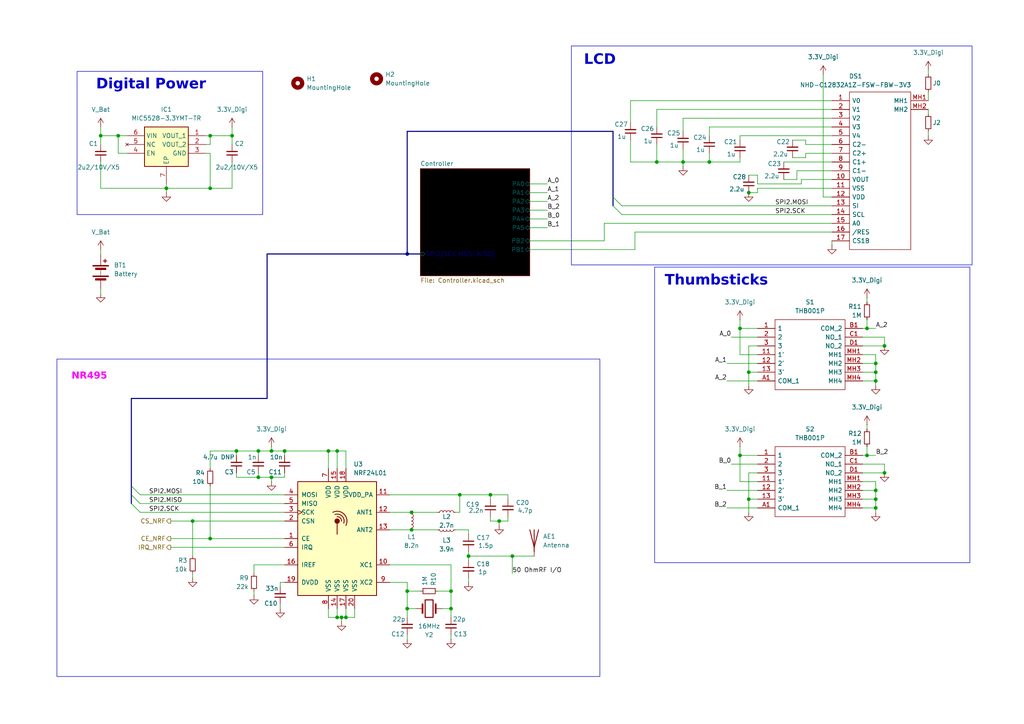
<source format=kicad_sch>
(kicad_sch (version 20231120) (generator "eeschema") (generator_version "8.0")
  (paper "A4")
  (lib_symbols
    (symbol "Device:Antenna" (pin_numbers hide) (pin_names (offset 1.016) hide)
      (property "Reference" "AE" (at -1.905 1.905 0))
      (property "Value" "Antenna" (at -1.905 0 0))
      (symbol "Antenna_0_1"
        (polyline (pts (xy 0 2.54) (xy 0 -3.81)) (stroke (width 0.254)))
        (polyline (pts (xy 1.27 2.54) (xy 0 -2.54) (xy -1.27 2.54)) (stroke (width 0.254)))
      )
      (symbol "Antenna_1_1"
        (pin input line (at 0 -5.08 90) (length 2.54) (name "A") (number "1"))
      )
    )
    (symbol "Device:Battery" (pin_numbers hide) (pin_names (offset 0) hide)
      (property "Reference" "BT" (at 2.54 2.54 0))
      (property "Value" "Battery" (at 2.54 0 0))
      (symbol "Battery_0_1"
        (rectangle (start -2.286 -1.27) (end 2.286 -1.524) (fill (type outline)))
        (rectangle (start -2.286 1.778) (end 2.286 1.524) (fill (type outline)))
        (rectangle (start -1.524 -2.032) (end 1.524 -2.54) (fill (type outline)))
        (rectangle (start -1.524 1.016) (end 1.524 0.508) (fill (type outline)))
        (polyline (pts (xy 0 -1.016) (xy 0 -0.762)))
        (polyline (pts (xy 0 -0.508) (xy 0 -0.254)))
        (polyline (pts (xy 0 0) (xy 0 0.254)))
        (polyline (pts (xy 0 1.778) (xy 0 2.54)))
        (polyline (pts (xy 0.762 3.048) (xy 1.778 3.048)) (stroke (width 0.254)))
        (polyline (pts (xy 1.27 3.556) (xy 1.27 2.54)) (stroke (width 0.254)))
      )
      (symbol "Battery_1_1"
        (pin passive line (at 0 5.08 270) (length 2.54) (name "+") (number "1"))
        (pin passive line (at 0 -5.08 90) (length 2.54) (name "-") (number "2"))
      )
    )
    (symbol "Device:C_Small" (pin_numbers hide) (pin_names (offset 0.254) hide)
      (property "Reference" "C" (at 0.254 1.778 0))
      (property "Value" "C_Small" (at 0.254 -2.032 0))
      (symbol "C_Small_0_1"
        (polyline (pts (xy -1.524 -0.508) (xy 1.524 -0.508)) (stroke (width 0.3302)))
        (polyline (pts (xy -1.524 0.508) (xy 1.524 0.508)) (stroke (width 0.3048)))
      )
      (symbol "C_Small_1_1"
        (pin passive line (at 0 2.54 270) (length 2.032) (name "~") (number "1"))
        (pin passive line (at 0 -2.54 90) (length 2.032) (name "~") (number "2"))
      )
    )
    (symbol "Device:Crystal" (pin_numbers hide) (pin_names (offset 1.016) hide)
      (property "Reference" "Y" (at 0 3.81 0))
      (property "Value" "Crystal" (at 0 -3.81 0))
      (symbol "Crystal_0_1"
        (rectangle (start -1.143 2.54) (end 1.143 -2.54) (stroke (width 0.3048)))
        (polyline (pts (xy -2.54 0) (xy -1.905 0)))
        (polyline (pts (xy -1.905 -1.27) (xy -1.905 1.27)) (stroke (width 0.508)))
        (polyline (pts (xy 1.905 -1.27) (xy 1.905 1.27)) (stroke (width 0.508)))
        (polyline (pts (xy 2.54 0) (xy 1.905 0)))
      )
      (symbol "Crystal_1_1"
        (pin passive line (at -3.81 0 0) (length 1.27) (name "1") (number "1"))
        (pin passive line (at 3.81 0 180) (length 1.27) (name "2") (number "2"))
      )
    )
    (symbol "Device:L_Small" (pin_numbers hide) (pin_names (offset 0.254) hide)
      (property "Reference" "L" (at 0.762 1.016 0))
      (property "Value" "L_Small" (at 0.762 -1.016 0))
      (symbol "L_Small_0_1"
        (arc (start 0 -2.032) (mid 0.5058 -1.524) (end 0 -1.016))
        (arc (start 0 -1.016) (mid 0.5058 -0.508) (end 0 0))
        (arc (start 0 0) (mid 0.5058 0.508) (end 0 1.016))
        (arc (start 0 1.016) (mid 0.5058 1.524) (end 0 2.032))
      )
      (symbol "L_Small_1_1"
        (pin passive line (at 0 2.54 270) (length 0.508) (name "~") (number "1"))
        (pin passive line (at 0 -2.54 90) (length 0.508) (name "~") (number "2"))
      )
    )
    (symbol "Device:R_Small" (pin_numbers hide) (pin_names (offset 0.254) hide)
      (property "Reference" "R" (at 0.762 0.508 0))
      (property "Value" "R_Small" (at 0.762 -1.016 0))
      (symbol "R_Small_0_1"
        (rectangle (start -0.762 1.778) (end 0.762 -1.778) (stroke (width 0.2032)))
      )
      (symbol "R_Small_1_1"
        (pin passive line (at 0 2.54 270) (length 0.762) (name "~") (number "1"))
        (pin passive line (at 0 -2.54 90) (length 0.762) (name "~") (number "2"))
      )
    )
    (symbol "FC_Library:MIC5528-3.3YMT-TR"
      (property "Reference" "IC" (at 26.67 7.62 0))
      (property "Value" "MIC5528-3.3YMT-TR" (at 26.67 5.08 0))
      (symbol "MIC5528-3.3YMT-TR_1_1"
        (rectangle (start 5.08 2.54) (end 17.78 -8.89) (stroke (width 0.254)) (fill (type background)))
        (pin passive line (at 0 0 0) (length 5.08) (name "VOUT_1") (number "1"))
        (pin passive line (at 0 -2.54 0) (length 5.08) (name "VOUT_2") (number "2"))
        (pin passive line (at 0 -5.08 0) (length 5.08) (name "GND") (number "3"))
        (pin passive line (at 22.86 -5.08 180) (length 5.08) (name "EN") (number "4"))
        (pin no_connect line (at 22.86 -2.54 180) (length 5.08) (name "NC") (number "5"))
        (pin passive line (at 22.86 0 180) (length 5.08) (name "VIN") (number "6"))
        (pin passive line (at 11.43 -13.97 90) (length 5.08) (name "EP") (number "7"))
      )
    )
    (symbol "FC_Library:NHD-C12832A1Z-FSW-FBW-3V3" (pin_names (offset 0.762))
      (property "Reference" "DS" (at 8.636 7.874 0))
      (property "Value" "NHD-C12832A1Z-FSW-FBW-3V3" (at 8.636 5.334 0))
      (symbol "NHD-C12832A1Z-FSW-FBW-3V3_0_0"
        (pin passive line (at 0 0 0) (length 5.08) (name "V0") (number "1"))
        (pin passive line (at 0 -22.86 0) (length 5.08) (name "VOUT") (number "10"))
        (pin passive line (at 0 -25.4 0) (length 5.08) (name "VSS") (number "11"))
        (pin passive line (at 0 -27.94 0) (length 5.08) (name "VDD") (number "12"))
        (pin passive line (at 0 -30.48 0) (length 5.08) (name "SI") (number "13"))
        (pin passive line (at 0 -33.02 0) (length 5.08) (name "SCL") (number "14"))
        (pin passive line (at 0 -35.56 0) (length 5.08) (name "A0") (number "15"))
        (pin passive line (at 0 -38.1 0) (length 5.08) (name "/RES") (number "16"))
        (pin passive line (at 0 -40.64 0) (length 5.08) (name "CS1B") (number "17"))
        (pin passive line (at 0 -2.54 0) (length 5.08) (name "V1") (number "2"))
        (pin passive line (at 0 -5.08 0) (length 5.08) (name "V2") (number "3"))
        (pin passive line (at 0 -7.62 0) (length 5.08) (name "V3") (number "4"))
        (pin passive line (at 0 -10.16 0) (length 5.08) (name "V4") (number "5"))
        (pin passive line (at 0 -12.7 0) (length 5.08) (name "C2-") (number "6"))
        (pin passive line (at 0 -15.24 0) (length 5.08) (name "C2+") (number "7"))
        (pin passive line (at 0 -17.78 0) (length 5.08) (name "C1+") (number "8"))
        (pin passive line (at 0 -20.32 0) (length 5.08) (name "C1-") (number "9"))
        (pin passive line (at 27.94 0 180) (length 5.08) (name "MH1") (number "MH1"))
        (pin passive line (at 27.94 -2.54 180) (length 5.08) (name "MH2") (number "MH2"))
      )
      (symbol "NHD-C12832A1Z-FSW-FBW-3V3_0_1"
        (polyline (pts (xy 5.08 2.54) (xy 22.86 2.54) (xy 22.86 -43.18) (xy 5.08 -43.18) (xy 5.08 2.54)) (stroke (width 0.1524)))
      )
    )
    (symbol "FC_Library:THB001P" (pin_names (offset 0.762))
      (property "Reference" "S" (at 5.842 7.366 0))
      (property "Value" "THB001P" (at 5.842 4.826 0))
      (symbol "THB001P_0_0"
        (pin passive line (at 0 0 0) (length 5.08) (name "1") (number "1"))
        (pin passive line (at 0 -7.62 0) (length 5.08) (name "1'") (number "11"))
        (pin passive line (at 0 -10.16 0) (length 5.08) (name "2'") (number "12"))
        (pin passive line (at 0 -12.7 0) (length 5.08) (name "3'") (number "13"))
        (pin passive line (at 0 -2.54 0) (length 5.08) (name "2") (number "2"))
        (pin passive line (at 0 -5.08 0) (length 5.08) (name "3") (number "3"))
        (pin passive line (at 0 -15.24 0) (length 5.08) (name "COM_1") (number "A1"))
        (pin passive line (at 30.48 0 180) (length 5.08) (name "COM_2") (number "B1"))
        (pin passive line (at 30.48 -2.54 180) (length 5.08) (name "NO_1") (number "C1"))
        (pin passive line (at 30.48 -5.08 180) (length 5.08) (name "NO_2") (number "D1"))
        (pin passive line (at 30.48 -7.62 180) (length 5.08) (name "MH1") (number "MH1"))
        (pin passive line (at 30.48 -10.16 180) (length 5.08) (name "MH2") (number "MH2"))
        (pin passive line (at 30.48 -12.7 180) (length 5.08) (name "MH3") (number "MH3"))
        (pin passive line (at 30.48 -15.24 180) (length 5.08) (name "MH4") (number "MH4"))
      )
      (symbol "THB001P_0_1"
        (polyline (pts (xy 5.08 2.54) (xy 25.4 2.54) (xy 25.4 -17.78) (xy 5.08 -17.78) (xy 5.08 2.54)) (stroke (width 0.1524)))
      )
    )
    (symbol "Mechanical:MountingHole" (pin_names (offset 1.016)) (exclude_from_sim yes) (in_bom no)
      (property "Reference" "H" (at 0 5.08 0))
      (property "Value" "MountingHole" (at 0 3.175 0))
      (symbol "MountingHole_0_1"
        (circle (center 0 0) (radius 1.27) (stroke (width 1.27)))
      )
    )
    (symbol "RF:NRF24L01" (pin_names (offset 1.016))
      (property "Reference" "U" (at -11.43 17.78 0))
      (property "Value" "NRF24L01" (at 5.08 17.78 0))
      (symbol "NRF24L01_0_1"
        (rectangle (start -11.43 16.51) (end 11.43 -16.51) (stroke (width 0.254)) (fill (type background)))
        (polyline (pts (xy 0 4.445) (xy 0 1.27)) (stroke (width 0.254)))
        (circle (center 0 5.08) (radius 0.635) (stroke (width 0.254)) (fill (type outline)))
        (arc (start 1.27 5.08) (mid 0.9071 5.9946) (end 0 6.35) (stroke (width 0.254)))
        (arc (start 1.905 4.445) (mid 1.4313 6.5254) (end -0.635 6.985) (stroke (width 0.254)))
        (arc (start 2.54 3.81) (mid 2.008 7.088) (end -1.27 7.62) (stroke (width 0.254)))
        (rectangle (start 11.43 -13.97) (end 11.43 -13.97))
      )
      (symbol "NRF24L01_1_1"
        (pin input line (at -15.24 0 0) (length 3.81) (name "CE") (number "1"))
        (pin passive line (at 15.24 -7.62 180) (length 3.81) (name "XC1") (number "10"))
        (pin power_out line (at 15.24 12.7 180) (length 3.81) (name "VDD_PA") (number "11"))
        (pin passive line (at 15.24 7.62 180) (length 3.81) (name "ANT1") (number "12"))
        (pin passive line (at 15.24 2.54 180) (length 3.81) (name "ANT2") (number "13"))
        (pin power_in line (at 0 -20.32 90) (length 3.81) (name "VSS") (number "14"))
        (pin power_in line (at 0 20.32 270) (length 3.81) (name "VDD") (number "15"))
        (pin passive line (at -15.24 -7.62 0) (length 3.81) (name "IREF") (number "16"))
        (pin power_in line (at 2.54 -20.32 90) (length 3.81) (name "VSS") (number "17"))
        (pin power_in line (at 2.54 20.32 270) (length 3.81) (name "VDD") (number "18"))
        (pin power_out line (at -15.24 -12.7 0) (length 3.81) (name "DVDD") (number "19"))
        (pin input line (at -15.24 5.08 0) (length 3.81) (name "CSN") (number "2"))
        (pin power_in line (at 5.08 -20.32 90) (length 3.81) (name "VSS") (number "20"))
        (pin input clock (at -15.24 7.62 0) (length 3.81) (name "SCK") (number "3"))
        (pin input line (at -15.24 12.7 0) (length 3.81) (name "MOSI") (number "4"))
        (pin output line (at -15.24 10.16 0) (length 3.81) (name "MISO") (number "5"))
        (pin output line (at -15.24 -2.54 0) (length 3.81) (name "IRQ") (number "6"))
        (pin power_in line (at -2.54 20.32 270) (length 3.81) (name "VDD") (number "7"))
        (pin power_in line (at -2.54 -20.32 90) (length 3.81) (name "VSS") (number "8"))
        (pin passive line (at 15.24 -12.7 180) (length 3.81) (name "XC2") (number "9"))
      )
    )
    (symbol "power:+3V3" (power) (pin_numbers hide) (pin_names (offset 0) hide)
      (property "Value" "+3V3" (at 0 3.556 0))
      (symbol "+3V3_0_1"
        (polyline (pts (xy -0.762 1.27) (xy 0 2.54)))
        (polyline (pts (xy 0 0) (xy 0 2.54)))
        (polyline (pts (xy 0 2.54) (xy 0.762 1.27)))
      )
      (symbol "+3V3_1_1"
        (pin power_in line (at 0 0 90) (length 0) (name "~") (number "1"))
      )
    )
    (symbol "power:+6V" (power) (pin_numbers hide) (pin_names (offset 0) hide)
      (property "Value" "+6V" (at 0 3.556 0))
      (symbol "+6V_0_1"
        (polyline (pts (xy -0.762 1.27) (xy 0 2.54)))
        (polyline (pts (xy 0 0) (xy 0 2.54)))
        (polyline (pts (xy 0 2.54) (xy 0.762 1.27)))
      )
      (symbol "+6V_1_1"
        (pin power_in line (at 0 0 90) (length 0) (name "~") (number "1"))
      )
    )
    (symbol "power:GND" (power) (pin_numbers hide) (pin_names (offset 0) hide)
      (property "Value" "GND" (at 0 -3.81 0))
      (symbol "GND_0_1"
        (polyline (pts (xy 0 0) (xy 0 -1.27) (xy 1.27 -1.27) (xy 0 -2.54) (xy -1.27 -1.27) (xy 0 -1.27)))
      )
      (symbol "GND_1_1"
        (pin power_in line (at 0 0 270) (length 0) (name "~") (number "1"))
      )
    )
  )
  (junction (at 130.81 176.53))
  (junction (at 214.63 95.25))
  (junction (at 78.74 130.81))
  (junction (at 190.5 46.99))
  (junction (at 74.93 130.81))
  (junction (at 60.96 39.37))
  (junction (at 130.81 171.45))
  (junction (at 254 107.95))
  (junction (at 60.96 156.21))
  (junction (at 254 144.78))
  (junction (at 217.17 55.88))
  (junction (at 100.33 179.07))
  (junction (at 95.25 130.81))
  (junction (at 118.11 73.66))
  (junction (at 256.54 100.33))
  (junction (at 148.59 161.29))
  (junction (at 251.46 95.25))
  (junction (at 29.21 39.37))
  (junction (at 217.17 144.78))
  (junction (at 119.38 148.59))
  (junction (at 97.79 179.07))
  (junction (at 217.17 107.95))
  (junction (at 254 105.41))
  (junction (at 82.55 130.81))
  (junction (at 214.63 132.08))
  (junction (at 78.74 138.43))
  (junction (at 198.12 46.99))
  (junction (at 254 110.49))
  (junction (at 97.79 130.81))
  (junction (at 205.74 46.99))
  (junction (at 144.78 151.13))
  (junction (at 34.29 39.37))
  (junction (at 118.11 171.45))
  (junction (at 142.24 143.51))
  (junction (at 68.58 130.81))
  (junction (at 251.46 132.08))
  (junction (at 256.54 137.16))
  (junction (at 254 147.32))
  (junction (at 67.31 39.37))
  (junction (at 60.96 54.61))
  (junction (at 48.26 54.61))
  (junction (at 55.88 151.13))
  (junction (at 135.89 161.29))
  (junction (at 133.35 143.51))
  (junction (at 74.93 138.43))
  (junction (at 99.06 179.07))
  (junction (at 118.11 176.53))
  (junction (at 119.38 153.67))
  (junction (at 254 142.24))
  (bus_entry (at 38.1 140.97) (size 2.54 2.54))
  (bus_entry (at 38.1 146.05) (size 2.54 2.54))
  (bus_entry (at 38.1 143.51) (size 2.54 2.54))
  (bus_entry (at 177.8 57.15) (size 2.54 2.54))
  (bus_entry (at 177.8 59.69) (size 2.54 2.54))
  (wire (pts (xy 48.26 54.61) (xy 29.21 54.61)))
  (wire (pts (xy 184.15 67.31) (xy 241.3 67.31)))
  (wire (pts (xy 184.15 72.39) (xy 184.15 67.31)))
  (wire (pts (xy 214.63 132.08) (xy 214.63 139.7)))
  (wire (pts (xy 102.87 176.53) (xy 102.87 179.07)))
  (bus (pts (xy 77.47 115.57) (xy 38.1 115.57)))
  (wire (pts (xy 81.28 170.18) (xy 81.28 168.91)))
  (wire (pts (xy 119.38 153.67) (xy 127 153.67)))
  (wire (pts (xy 97.79 130.81) (xy 97.79 135.89)))
  (wire (pts (xy 142.24 149.86) (xy 142.24 151.13)))
  (wire (pts (xy 254 148.59) (xy 254 147.32)))
  (wire (pts (xy 100.33 179.07) (xy 99.06 179.07)))
  (wire (pts (xy 74.93 132.08) (xy 74.93 130.81)))
  (wire (pts (xy 67.31 39.37) (xy 60.96 39.37)))
  (wire (pts (xy 251.46 129.54) (xy 251.46 132.08)))
  (wire (pts (xy 232.41 53.34) (xy 232.41 52.07)))
  (wire (pts (xy 40.64 143.51) (xy 82.55 143.51)))
  (wire (pts (xy 250.19 142.24) (xy 254 142.24)))
  (wire (pts (xy 60.96 130.81) (xy 68.58 130.81)))
  (wire (pts (xy 130.81 184.15) (xy 130.81 185.42)))
  (wire (pts (xy 49.53 156.21) (xy 60.96 156.21)))
  (wire (pts (xy 254 105.41) (xy 254 107.95)))
  (wire (pts (xy 250.19 105.41) (xy 254 105.41)))
  (wire (pts (xy 113.03 148.59) (xy 119.38 148.59)))
  (wire (pts (xy 60.96 44.45) (xy 60.96 54.61)))
  (wire (pts (xy 68.58 132.08) (xy 68.58 130.81)))
  (wire (pts (xy 73.66 163.83) (xy 82.55 163.83)))
  (wire (pts (xy 251.46 92.71) (xy 251.46 95.25)))
  (wire (pts (xy 113.03 143.51) (xy 133.35 143.51)))
  (wire (pts (xy 60.96 54.61) (xy 48.26 54.61)))
  (wire (pts (xy 254 111.76) (xy 254 110.49)))
  (wire (pts (xy 144.78 151.13) (xy 147.32 151.13)))
  (wire (pts (xy 68.58 137.16) (xy 68.58 138.43)))
  (wire (pts (xy 214.63 46.99) (xy 205.74 46.99)))
  (wire (pts (xy 251.46 86.36) (xy 251.46 87.63)))
  (wire (pts (xy 135.89 168.91) (xy 135.89 167.64)))
  (wire (pts (xy 133.35 143.51) (xy 142.24 143.51)))
  (wire (pts (xy 175.26 64.77) (xy 175.26 69.85)))
  (wire (pts (xy 118.11 176.53) (xy 120.65 176.53)))
  (wire (pts (xy 254 139.7) (xy 254 142.24)))
  (bus (pts (xy 177.8 38.1) (xy 177.8 57.15)))
  (wire (pts (xy 219.71 137.16) (xy 217.17 137.16)))
  (wire (pts (xy 81.28 176.53) (xy 81.28 175.26)))
  (wire (pts (xy 233.68 44.45) (xy 233.68 45.72)))
  (wire (pts (xy 214.63 39.37) (xy 214.63 40.64)))
  (wire (pts (xy 251.46 123.19) (xy 251.46 124.46)))
  (wire (pts (xy 238.76 21.59) (xy 238.76 57.15)))
  (wire (pts (xy 158.75 60.96) (xy 153.67 60.96)))
  (wire (pts (xy 250.19 97.79) (xy 256.54 97.79)))
  (wire (pts (xy 78.74 130.81) (xy 82.55 130.81)))
  (wire (pts (xy 198.12 34.29) (xy 241.3 34.29)))
  (wire (pts (xy 205.74 39.37) (xy 205.74 36.83)))
  (wire (pts (xy 118.11 171.45) (xy 118.11 176.53)))
  (wire (pts (xy 67.31 46.99) (xy 67.31 54.61)))
  (wire (pts (xy 119.38 148.59) (xy 127 148.59)))
  (wire (pts (xy 97.79 130.81) (xy 100.33 130.81)))
  (wire (pts (xy 254 102.87) (xy 254 105.41)))
  (wire (pts (xy 148.59 166.37) (xy 148.59 161.29)))
  (wire (pts (xy 128.27 176.53) (xy 130.81 176.53)))
  (wire (pts (xy 55.88 151.13) (xy 82.55 151.13)))
  (wire (pts (xy 135.89 154.94) (xy 135.89 153.67)))
  (wire (pts (xy 217.17 107.95) (xy 217.17 111.76)))
  (wire (pts (xy 269.24 20.32) (xy 269.24 21.59)))
  (wire (pts (xy 60.96 39.37) (xy 60.96 41.91)))
  (wire (pts (xy 102.87 179.07) (xy 100.33 179.07)))
  (wire (pts (xy 36.83 44.45) (xy 34.29 44.45)))
  (wire (pts (xy 97.79 179.07) (xy 95.25 179.07)))
  (wire (pts (xy 254 144.78) (xy 254 147.32)))
  (wire (pts (xy 29.21 39.37) (xy 29.21 41.91)))
  (wire (pts (xy 147.32 151.13) (xy 147.32 149.86)))
  (wire (pts (xy 219.71 144.78) (xy 217.17 144.78)))
  (wire (pts (xy 78.74 139.7) (xy 78.74 138.43)))
  (wire (pts (xy 241.3 71.12) (xy 241.3 69.85)))
  (wire (pts (xy 254 95.25) (xy 251.46 95.25)))
  (wire (pts (xy 182.88 46.99) (xy 190.5 46.99)))
  (wire (pts (xy 180.34 59.69) (xy 241.3 59.69)))
  (wire (pts (xy 205.74 36.83) (xy 241.3 36.83)))
  (wire (pts (xy 74.93 130.81) (xy 78.74 130.81)))
  (wire (pts (xy 34.29 44.45) (xy 34.29 39.37)))
  (wire (pts (xy 67.31 54.61) (xy 60.96 54.61)))
  (wire (pts (xy 269.24 33.02) (xy 269.24 31.75)))
  (wire (pts (xy 67.31 36.83) (xy 67.31 39.37)))
  (wire (pts (xy 210.82 147.32) (xy 219.71 147.32)))
  (wire (pts (xy 130.81 163.83) (xy 130.81 171.45)))
  (wire (pts (xy 59.69 41.91) (xy 60.96 41.91)))
  (wire (pts (xy 118.11 171.45) (xy 121.92 171.45)))
  (bus (pts (xy 118.11 73.66) (xy 121.92 73.66)))
  (wire (pts (xy 212.09 97.79) (xy 219.71 97.79)))
  (wire (pts (xy 29.21 72.39) (xy 29.21 73.66)))
  (wire (pts (xy 214.63 95.25) (xy 219.71 95.25)))
  (wire (pts (xy 205.74 46.99) (xy 205.74 44.45)))
  (wire (pts (xy 219.71 100.33) (xy 217.17 100.33)))
  (wire (pts (xy 269.24 26.67) (xy 269.24 29.21)))
  (wire (pts (xy 250.19 139.7) (xy 254 139.7)))
  (wire (pts (xy 241.3 49.53) (xy 231.14 49.53)))
  (wire (pts (xy 214.63 92.71) (xy 214.63 95.25)))
  (wire (pts (xy 238.76 57.15) (xy 241.3 57.15)))
  (wire (pts (xy 217.17 100.33) (xy 217.17 107.95)))
  (wire (pts (xy 100.33 176.53) (xy 100.33 179.07)))
  (wire (pts (xy 113.03 153.67) (xy 119.38 153.67)))
  (wire (pts (xy 74.93 138.43) (xy 78.74 138.43)))
  (wire (pts (xy 233.68 45.72) (xy 229.87 45.72)))
  (wire (pts (xy 130.81 163.83) (xy 113.03 163.83)))
  (wire (pts (xy 210.82 142.24) (xy 219.71 142.24)))
  (bus (pts (xy 77.47 73.66) (xy 77.47 115.57)))
  (wire (pts (xy 78.74 129.54) (xy 78.74 130.81)))
  (wire (pts (xy 142.24 143.51) (xy 142.24 144.78)))
  (bus (pts (xy 118.11 38.1) (xy 177.8 38.1)))
  (wire (pts (xy 233.68 41.91) (xy 233.68 40.64)))
  (wire (pts (xy 82.55 130.81) (xy 82.55 132.08)))
  (wire (pts (xy 82.55 130.81) (xy 95.25 130.81)))
  (wire (pts (xy 95.25 130.81) (xy 95.25 135.89)))
  (wire (pts (xy 59.69 44.45) (xy 60.96 44.45)))
  (wire (pts (xy 231.14 49.53) (xy 231.14 52.07)))
  (wire (pts (xy 73.66 166.37) (xy 73.66 163.83)))
  (wire (pts (xy 205.74 46.99) (xy 198.12 46.99)))
  (wire (pts (xy 198.12 38.1) (xy 198.12 34.29)))
  (wire (pts (xy 180.34 62.23) (xy 241.3 62.23)))
  (wire (pts (xy 40.64 148.59) (xy 82.55 148.59)))
  (wire (pts (xy 158.75 53.34) (xy 153.67 53.34)))
  (wire (pts (xy 219.71 54.61) (xy 219.71 55.88)))
  (wire (pts (xy 97.79 176.53) (xy 97.79 179.07)))
  (wire (pts (xy 217.17 50.8) (xy 219.71 50.8)))
  (wire (pts (xy 254 142.24) (xy 254 144.78)))
  (wire (pts (xy 82.55 138.43) (xy 82.55 137.16)))
  (wire (pts (xy 210.82 110.49) (xy 219.71 110.49)))
  (wire (pts (xy 60.96 39.37) (xy 59.69 39.37)))
  (wire (pts (xy 68.58 138.43) (xy 74.93 138.43)))
  (wire (pts (xy 241.3 54.61) (xy 219.71 54.61)))
  (wire (pts (xy 135.89 160.02) (xy 135.89 161.29)))
  (wire (pts (xy 34.29 39.37) (xy 29.21 39.37)))
  (wire (pts (xy 217.17 137.16) (xy 217.17 144.78)))
  (wire (pts (xy 118.11 171.45) (xy 118.11 168.91)))
  (wire (pts (xy 158.75 58.42) (xy 153.67 58.42)))
  (wire (pts (xy 219.71 53.34) (xy 232.41 53.34)))
  (wire (pts (xy 135.89 153.67) (xy 132.08 153.67)))
  (wire (pts (xy 36.83 39.37) (xy 34.29 39.37)))
  (wire (pts (xy 251.46 95.25) (xy 250.19 95.25)))
  (wire (pts (xy 132.08 148.59) (xy 133.35 148.59)))
  (wire (pts (xy 40.64 146.05) (xy 82.55 146.05)))
  (wire (pts (xy 118.11 185.42) (xy 118.11 184.15)))
  (bus (pts (xy 177.8 57.15) (xy 177.8 59.69)))
  (wire (pts (xy 182.88 40.64) (xy 182.88 46.99)))
  (wire (pts (xy 29.21 85.09) (xy 29.21 83.82)))
  (bus (pts (xy 118.11 38.1) (xy 118.11 73.66)))
  (wire (pts (xy 67.31 41.91) (xy 67.31 39.37)))
  (wire (pts (xy 254 132.08) (xy 251.46 132.08)))
  (wire (pts (xy 118.11 168.91) (xy 113.03 168.91)))
  (wire (pts (xy 74.93 138.43) (xy 74.93 137.16)))
  (wire (pts (xy 212.09 134.62) (xy 219.71 134.62)))
  (wire (pts (xy 142.24 151.13) (xy 144.78 151.13)))
  (wire (pts (xy 148.59 161.29) (xy 154.94 161.29)))
  (wire (pts (xy 210.82 105.41) (xy 219.71 105.41)))
  (wire (pts (xy 251.46 132.08) (xy 250.19 132.08)))
  (wire (pts (xy 254 110.49) (xy 250.19 110.49)))
  (wire (pts (xy 233.68 40.64) (xy 229.87 40.64)))
  (wire (pts (xy 29.21 54.61) (xy 29.21 46.99)))
  (wire (pts (xy 55.88 151.13) (xy 55.88 161.29)))
  (wire (pts (xy 29.21 36.83) (xy 29.21 39.37)))
  (wire (pts (xy 153.67 72.39) (xy 184.15 72.39)))
  (bus (pts (xy 38.1 140.97) (xy 38.1 143.51)))
  (wire (pts (xy 175.26 64.77) (xy 241.3 64.77)))
  (wire (pts (xy 147.32 144.78) (xy 147.32 143.51)))
  (wire (pts (xy 130.81 171.45) (xy 130.81 176.53)))
  (wire (pts (xy 49.53 158.75) (xy 82.55 158.75)))
  (bus (pts (xy 38.1 115.57) (xy 38.1 140.97)))
  (wire (pts (xy 99.06 179.07) (xy 99.06 180.34)))
  (wire (pts (xy 254 107.95) (xy 254 110.49)))
  (wire (pts (xy 198.12 43.18) (xy 198.12 46.99)))
  (wire (pts (xy 55.88 167.64) (xy 55.88 166.37)))
  (bus (pts (xy 38.1 146.05) (xy 38.1 143.51)))
  (wire (pts (xy 95.25 179.07) (xy 95.25 176.53)))
  (wire (pts (xy 73.66 172.72) (xy 73.66 171.45)))
  (wire (pts (xy 82.55 138.43) (xy 78.74 138.43)))
  (wire (pts (xy 227.33 46.99) (xy 241.3 46.99)))
  (wire (pts (xy 158.75 63.5) (xy 153.67 63.5)))
  (wire (pts (xy 190.5 31.75) (xy 190.5 36.83)))
  (wire (pts (xy 95.25 130.81) (xy 97.79 130.81)))
  (wire (pts (xy 68.58 130.81) (xy 74.93 130.81)))
  (wire (pts (xy 217.17 144.78) (xy 217.17 148.59)))
  (wire (pts (xy 219.71 50.8) (xy 219.71 53.34)))
  (wire (pts (xy 241.3 39.37) (xy 214.63 39.37)))
  (bus (pts (xy 77.47 73.66) (xy 118.11 73.66)))
  (wire (pts (xy 214.63 129.54) (xy 214.63 132.08)))
  (wire (pts (xy 60.96 130.81) (xy 60.96 135.89)))
  (wire (pts (xy 133.35 143.51) (xy 133.35 148.59)))
  (wire (pts (xy 48.26 54.61) (xy 48.26 55.88)))
  (wire (pts (xy 182.88 29.21) (xy 241.3 29.21)))
  (wire (pts (xy 219.71 139.7) (xy 214.63 139.7)))
  (wire (pts (xy 250.19 134.62) (xy 256.54 134.62)))
  (wire (pts (xy 250.19 137.16) (xy 256.54 137.16)))
  (wire (pts (xy 158.75 55.88) (xy 153.67 55.88)))
  (wire (pts (xy 254 147.32) (xy 250.19 147.32)))
  (wire (pts (xy 142.24 143.51) (xy 147.32 143.51)))
  (wire (pts (xy 214.63 132.08) (xy 219.71 132.08)))
  (wire (pts (xy 60.96 140.97) (xy 60.96 156.21)))
  (wire (pts (xy 190.5 31.75) (xy 241.3 31.75)))
  (wire (pts (xy 175.26 69.85) (xy 153.67 69.85)))
  (wire (pts (xy 256.54 134.62) (xy 256.54 137.16)))
  (wire (pts (xy 158.75 66.04) (xy 153.67 66.04)))
  (wire (pts (xy 127 171.45) (xy 130.81 171.45)))
  (wire (pts (xy 48.26 53.34) (xy 48.26 54.61)))
  (wire (pts (xy 182.88 35.56) (xy 182.88 29.21)))
  (wire (pts (xy 135.89 161.29) (xy 148.59 161.29)))
  (wire (pts (xy 214.63 95.25) (xy 214.63 102.87)))
  (wire (pts (xy 198.12 46.99) (xy 190.5 46.99)))
  (wire (pts (xy 250.19 102.87) (xy 254 102.87)))
  (wire (pts (xy 190.5 46.99) (xy 190.5 41.91)))
  (wire (pts (xy 269.24 39.37) (xy 269.24 38.1)))
  (wire (pts (xy 100.33 130.81) (xy 100.33 135.89)))
  (wire (pts (xy 81.28 168.91) (xy 82.55 168.91)))
  (wire (pts (xy 219.71 107.95) (xy 217.17 107.95)))
  (wire (pts (xy 60.96 156.21) (xy 82.55 156.21)))
  (wire (pts (xy 135.89 161.29) (xy 135.89 162.56)))
  (wire (pts (xy 250.19 144.78) (xy 254 144.78)))
  (wire (pts (xy 232.41 52.07) (xy 241.3 52.07)))
  (wire (pts (xy 256.54 97.79) (xy 256.54 100.33)))
  (wire (pts (xy 49.53 151.13) (xy 55.88 151.13)))
  (wire (pts (xy 118.11 176.53) (xy 118.11 179.07)))
  (wire (pts (xy 219.71 102.87) (xy 214.63 102.87)))
  (wire (pts (xy 219.71 55.88) (xy 217.17 55.88)))
  (wire (pts (xy 241.3 41.91) (xy 233.68 41.91)))
  (wire (pts (xy 99.06 179.07) (xy 97.79 179.07)))
  (wire (pts (xy 144.78 151.13) (xy 144.78 152.4)))
  (wire (pts (xy 241.3 44.45) (xy 233.68 44.45)))
  (wire (pts (xy 231.14 52.07) (xy 227.33 52.07)))
  (wire (pts (xy 198.12 48.26) (xy 198.12 46.99)))
  (wire (pts (xy 214.63 45.72) (xy 214.63 46.99)))
  (wire (pts (xy 250.19 100.33) (xy 256.54 100.33)))
  (wire (pts (xy 250.19 107.95) (xy 254 107.95)))
  (wire (pts (xy 130.81 176.53) (xy 130.81 179.07)))
  (rectangle (start 16.51 104.14) (end 173.99 196.215))
  (rectangle (start 22.352 20.701) (end 76.2 62.23))
  (rectangle (start 189.865 77.47) (end 281.305 163.195))
  (rectangle (start 165.735 13.335) (end 281.94 76.835))
  (text "Digital Power" (at 43.815 25.4 0) (effects (font (size 3 3))))
  (text "Thumbsticks" (at 207.772 82.296 0) (effects (font (size 3 3))))
  (text "NR495" (at 25.908 109.728 0) (effects (font (size 2 2) (bold yes))))
  (text "LCD" (at 173.99 18.288 0) (effects (font (size 3 3))))
  (label "A_0" (at 158.75 53.34 0))
  (label "A_1" (at 210.82 105.41 180))
  (label "A_2" (at 210.82 110.49 180))
  (label "SPI2.MISO" (at 43.18 146.05 0))
  (label "B_1" (at 158.75 66.04 0))
  (label "B_2" (at 158.75 60.96 0))
  (label "SPI2.SCK" (at 43.18 148.59 0))
  (label "SPI2.SCK" (at 224.79 62.23 0))
  (label "B_2" (at 210.82 147.32 180))
  (label "A_1" (at 158.75 55.88 0))
  (label "B_0" (at 158.75 63.5 0))
  (label "SPI2.MOSI" (at 224.79 59.69 0))
  (label "A_2" (at 158.75 58.42 0))
  (label "B_2" (at 254 132.08 0))
  (label "B_0" (at 212.09 134.62 180))
  (label "A_2" (at 254 95.25 0))
  (label "SPI2.MOSI" (at 43.18 143.51 0))
  (label "B_1" (at 210.82 142.24 180))
  (label "A_0" (at 212.09 97.79 180))
  (label "50 OhmRF I{slash}O" (at 148.59 166.37 0))
  (hierarchical_label "IRQ_NRF" (shape output) (at 49.53 158.75 180))
  (hierarchical_label "CS_NRF" (shape output) (at 49.53 151.13 180))
  (hierarchical_label "CE_NRF" (shape output) (at 49.53 156.21 180))
  (symbol (lib_id "RF:NRF24L01") (at 97.79 156.21 0) (unit 1)
    (property "Reference" "U3" (at 102.5241 134.62 0) (effects (justify left)))
    (property "Value" "NRF24L01" (at 102.5241 137.16 0) (effects (justify left)))
    (property "Footprint" "Package_DFN_QFN:QFN-20-1EP_4x4mm_P0.5mm_EP2.5x2.5mm" (effects (hide yes)))
    (property "Datasheet" "http://www.nordicsemi.com/eng/content/download/2730/34105/file/nRF24L01_Product_Specification_v2_0.pdf" (effects (hide yes)))
    (property "Description" "Ultra low power 2.4GHz RF Transceiver, QFN-20" (effects (hide yes)))
  )
  (symbol (lib_id "power:+6V") (at 29.21 72.39 0) (unit 1)
    (property "Reference" "#PWR02" (effects (hide yes)))
    (property "Value" "V_Bat" (at 29.21 67.31 0))
    (property "Description" "Power symbol creates a global label with name \"+6V\"" (effects (hide yes)))
  )
  (symbol (lib_id "power:+3V3") (at 269.24 20.32 0) (unit 1)
    (property "Reference" "#PWR048" (effects (hide yes)))
    (property "Value" "3.3V_Digi" (at 269.24 15.24 0))
    (property "Description" "Power symbol creates a global label with name \"+3V3\"" (effects (hide yes)))
  )
  (symbol (lib_id "power:+3V3") (at 238.76 21.59 0) (unit 1)
    (property "Reference" "#PWR046" (effects (hide yes)))
    (property "Value" "3.3V_Digi" (at 238.76 16.51 0))
    (property "Description" "Power symbol creates a global label with name \"+3V3\"" (effects (hide yes)))
  )
  (symbol (lib_id "Device:Battery") (at 29.21 78.74 0) (unit 1)
    (property "Reference" "BT1" (at 33.02 76.8984 0) (effects (justify left)))
    (property "Value" "Battery" (at 33.02 79.4384 0) (effects (justify left)))
    (property "Footprint" "Connector_PinHeader_2.54mm:PinHeader_1x02_P2.54mm_Vertical" (effects (hide yes)))
    (property "Description" "Multiple-cell battery" (effects (hide yes)))
  )
  (symbol (lib_id "power:GND") (at 254 111.76 0) (unit 1)
    (property "Reference" "#PWR037" (effects (hide yes)))
    (property "Value" "GND" (effects (hide yes)))
    (property "Description" "Power symbol creates a global label with name \"GND\" , ground" (effects (hide yes)))
  )
  (symbol (lib_id "power:GND") (at 29.21 85.09 0) (unit 1)
    (property "Reference" "#PWR05" (effects (hide yes)))
    (property "Value" "GND" (effects (hide yes)))
    (property "Description" "Power symbol creates a global label with name \"GND\" , ground" (effects (hide yes)))
  )
  (symbol (lib_id "Device:R_Small") (at 73.66 168.91 0) (mirror y) (unit 1)
    (property "Reference" "R9" (at 72.136 167.64 0) (effects (justify left)))
    (property "Value" "22k" (at 72.136 170.18 0) (effects (justify left)))
    (property "Footprint" "Resistor_SMD:R_0603_1608Metric" (effects (hide yes)))
    (property "Description" "Resistor, small symbol" (effects (hide yes)))
  )
  (symbol (lib_id "Device:R_Small") (at 60.96 138.43 0) (mirror y) (unit 1)
    (property "Reference" "R4" (at 59.436 137.16 0) (effects (justify left)))
    (property "Value" "10k" (at 59.436 139.7 0) (effects (justify left)))
    (property "Footprint" "Resistor_SMD:R_0603_1608Metric" (effects (hide yes)))
    (property "Description" "Resistor, small symbol" (effects (hide yes)))
  )
  (symbol (lib_id "Device:C_Small") (at 217.17 53.34 0) (mirror x) (unit 1)
    (property "Reference" "C28" (at 216.408 51.308 0) (effects (justify right)))
    (property "Value" "2.2u" (at 215.9 54.864 0) (effects (justify right)))
    (property "Footprint" "Capacitor_SMD:C_0603_1608Metric" (effects (hide yes)))
    (property "Description" "Unpolarized capacitor, small symbol" (effects (hide yes)))
  )
  (symbol (lib_id "Device:C_Small") (at 227.33 49.53 0) (mirror x) (unit 1)
    (property "Reference" "C23" (at 226.568 47.498 0) (effects (justify right)))
    (property "Value" "2.2u" (at 226.06 51.054 0) (effects (justify right)))
    (property "Footprint" "Capacitor_SMD:C_0603_1608Metric" (effects (hide yes)))
    (property "Description" "Unpolarized capacitor, small symbol" (effects (hide yes)))
  )
  (symbol (lib_id "Device:R_Small") (at 269.24 35.56 0) (unit 1)
    (property "Reference" "J2" (at 270.51 35.56 0) (effects (justify left)))
    (property "Value" "0" (effects (hide yes)))
    (property "Footprint" "Resistor_SMD:R_0603_1608Metric" (effects (hide yes)))
    (property "Description" "Resistor, small symbol" (effects (hide yes)))
  )
  (symbol (lib_id "power:GND") (at 118.11 185.42 0) (unit 1)
    (property "Reference" "#PWR030" (effects (hide yes)))
    (property "Value" "GND" (effects (hide yes)))
    (property "Description" "Power symbol creates a global label with name \"GND\" , ground" (effects (hide yes)))
  )
  (symbol (lib_id "power:GND") (at 81.28 176.53 0) (unit 1)
    (property "Reference" "#PWR028" (effects (hide yes)))
    (property "Value" "GND" (effects (hide yes)))
    (property "Description" "Power symbol creates a global label with name \"GND\" , ground" (effects (hide yes)))
  )
  (symbol (lib_id "power:GND") (at 48.26 55.88 0) (mirror y) (unit 1)
    (property "Reference" "#PWR010" (effects (hide yes)))
    (property "Value" "GND" (effects (hide yes)))
    (property "Description" "Power symbol creates a global label with name \"GND\" , ground" (effects (hide yes)))
  )
  (symbol (lib_id "FC_Library:MIC5528-3.3YMT-TR") (at 59.69 39.37 0) (mirror y) (unit 1)
    (property "Reference" "IC1" (at 48.26 31.75 0))
    (property "Value" "MIC5528-3.3YMT-TR" (at 48.26 34.29 0))
    (property "Footprint" "SON40P120X120X60-7N-D" (effects (hide yes)))
    (property "Datasheet" "https://ww1.microchip.com/downloads/en/DeviceDoc/MIC5528-High-Performance-500mA-LDO-in-Thin-and-Extra-Thin-DFN-Packages-DS20005982B.pdf" (effects (hide yes)))
    (property "Description" "Microchip Technology MIC5528-3.3YMT-TR, LDO Voltage Regulator Controller, 500mA, 3.3 V, +/-3% 6-Pin, TDFN" (effects (hide yes)))
    (property "Height" "0.6" (effects (hide yes)))
    (property "Mouser Part Number" "998-MIC5528-3.3YMTTR" (effects (hide yes)))
    (property "Mouser Price/Stock" "https://www.mouser.co.uk/ProductDetail/Microchip-Technology/MIC5528-3.3YMT-TR?qs=U6T8BxXiZAXEO0XtzncCuQ%3D%3D" (effects (hide yes)))
    (property "Manufacturer_Name" "Microchip" (effects (hide yes)))
    (property "Manufacturer_Part_Number" "MIC5528-3.3YMT-TR" (effects (hide yes)))
  )
  (symbol (lib_id "power:GND") (at 254 148.59 0) (unit 1)
    (property "Reference" "#PWR042" (effects (hide yes)))
    (property "Value" "GND" (effects (hide yes)))
    (property "Description" "Power symbol creates a global label with name \"GND\" , ground" (effects (hide yes)))
  )
  (symbol (lib_id "power:GND") (at 130.81 185.42 0) (unit 1)
    (property "Reference" "#PWR031" (effects (hide yes)))
    (property "Value" "GND" (effects (hide yes)))
    (property "Description" "Power symbol creates a global label with name \"GND\" , ground" (effects (hide yes)))
  )
  (symbol (lib_id "power:GND") (at 135.89 168.91 0) (unit 1)
    (property "Reference" "#PWR032" (effects (hide yes)))
    (property "Value" "GND" (effects (hide yes)))
    (property "Description" "Power symbol creates a global label with name \"GND\" , ground" (effects (hide yes)))
  )
  (symbol (lib_id "Device:C_Small") (at 82.55 134.62 180) (unit 1)
    (property "Reference" "C11" (at 81.788 136.906 0) (effects (justify left)))
    (property "Value" "10n" (at 82.042 132.588 0) (effects (justify left)))
    (property "Footprint" "Capacitor_SMD:C_0402_1005Metric" (effects (hide yes)))
    (property "Description" "Unpolarized capacitor, small symbol" (effects (hide yes)))
  )
  (symbol (lib_id "Device:C_Small") (at 68.58 134.62 180) (unit 1)
    (property "Reference" "C3" (at 67.818 136.906 0) (effects (justify left)))
    (property "Value" "4.7u DNP" (at 68.072 132.588 0) (effects (justify left)))
    (property "Footprint" "Capacitor_SMD:C_0603_1608Metric" (effects (hide yes)))
    (property "Description" "Unpolarized capacitor, small symbol" (effects (hide yes)))
  )
  (symbol (lib_id "Device:C_Small") (at 81.28 172.72 180) (unit 1)
    (property "Reference" "C10" (at 80.518 175.006 0) (effects (justify left)))
    (property "Value" "33n" (at 80.772 170.688 0) (effects (justify left)))
    (property "Footprint" "Capacitor_SMD:C_0402_1005Metric" (effects (hide yes)))
    (property "Description" "Unpolarized capacitor, small symbol" (effects (hide yes)))
  )
  (symbol (lib_id "FC_Library:THB001P") (at 219.71 95.25 0) (unit 1)
    (property "Reference" "S1" (at 234.95 87.63 0))
    (property "Value" "THB001P" (at 234.95 90.17 0))
    (property "Footprint" "THB001P" (effects (hide yes)))
    (property "Datasheet" "https://www.ckswitches.com/media/2873/thb.pdf" (effects (hide yes)))
    (property "Description" "THUMBSTICK, 0.05A, 12VDC, 2 AXIS, PCB; No. of Axes:2; Track Resistance:10kohm; Supply Voltage Max:-; No. of Switch Positions:-; Contact Current AC Max:-; Contact Voltage AC Max:50V; Rotation Electrical Angle:36" (effects (hide yes)))
    (property "Description_1" "THUMBSTICK, 0.05A, 12VDC, 2 AXIS, PCB; No. of Axes:2; Track Resistance:10kohm; Supply Voltage Max:-; No. of Switch Positions:-; Contact Current AC Max:-; Contact Voltage AC Max:50V; Rotation Electrical Angle:36" (effects (hide yes)))
    (property "Height" "19.85" (effects (hide yes)))
    (property "Mouser Part Number" "611-THB001P" (effects (hide yes)))
    (property "Mouser Price/Stock" "https://www.mouser.co.uk/ProductDetail/CK/THB001P?qs=OlC7AqGiEDlMaVQ%2FEBrivA%3D%3D" (effects (hide yes)))
    (property "Manufacturer_Name" "C & K COMPONENTS" (effects (hide yes)))
    (property "Manufacturer_Part_Number" "THB001P" (effects (hide yes)))
  )
  (symbol (lib_id "Device:C_Small") (at 205.74 41.91 0) (mirror x) (unit 1)
    (property "Reference" "C24" (at 204.978 39.878 0) (effects (justify right)))
    (property "Value" "1u" (at 204.47 43.434 0) (effects (justify right)))
    (property "Footprint" "Capacitor_SMD:C_0603_1608Metric" (effects (hide yes)))
    (property "Description" "Unpolarized capacitor, small symbol" (effects (hide yes)))
  )
  (symbol (lib_id "Device:L_Small") (at 129.54 148.59 270) (mirror x) (unit 1)
    (property "Reference" "L2" (at 129.54 149.86 90))
    (property "Value" "2.7n" (at 129.54 152.4 90))
    (property "Footprint" "Resistor_SMD:R_0402_1005Metric" (effects (hide yes)))
    (property "Description" "Inductor, small symbol" (effects (hide yes)))
  )
  (symbol (lib_id "power:GND") (at 217.17 148.59 0) (unit 1)
    (property "Reference" "#PWR040" (effects (hide yes)))
    (property "Value" "GND" (effects (hide yes)))
    (property "Description" "Power symbol creates a global label with name \"GND\" , ground" (effects (hide yes)))
  )
  (symbol (lib_id "power:+3V3") (at 214.63 92.71 0) (unit 1)
    (property "Reference" "#PWR034" (effects (hide yes)))
    (property "Value" "3.3V_Digi" (at 214.63 87.63 0))
    (property "Description" "Power symbol creates a global label with name \"+3V3\"" (effects (hide yes)))
  )
  (symbol (lib_id "power:GND") (at 99.06 180.34 0) (unit 1)
    (property "Reference" "#PWR029" (effects (hide yes)))
    (property "Value" "GND" (effects (hide yes)))
    (property "Description" "Power symbol creates a global label with name \"GND\" , ground" (effects (hide yes)))
  )
  (symbol (lib_id "Device:C_Small") (at 135.89 165.1 0) (unit 1)
    (property "Reference" "C18" (at 138.176 163.576 0) (effects (justify left)))
    (property "Value" "1p" (at 138.684 165.862 0) (effects (justify left)))
    (property "Footprint" "Capacitor_SMD:C_0402_1005Metric" (effects (hide yes)))
    (property "Description" "Unpolarized capacitor, small symbol" (effects (hide yes)))
  )
  (symbol (lib_id "Device:C_Small") (at 130.81 181.61 0) (mirror x) (unit 1)
    (property "Reference" "C13" (at 131.572 183.896 0) (effects (justify left)))
    (property "Value" "22p" (at 131.318 179.578 0) (effects (justify left)))
    (property "Footprint" "Capacitor_SMD:C_0402_1005Metric" (effects (hide yes)))
    (property "Description" "Unpolarized capacitor, small symbol" (effects (hide yes)))
  )
  (symbol (lib_id "power:GND") (at 217.17 55.88 0) (unit 1)
    (property "Reference" "#PWR045" (effects (hide yes)))
    (property "Value" "GND" (effects (hide yes)))
    (property "Description" "Power symbol creates a global label with name \"GND\" , ground" (effects (hide yes)))
  )
  (symbol (lib_id "Mechanical:MountingHole") (at 109.22 22.86 0) (unit 1) (exclude_from_sim yes) (in_bom no)
    (property "Reference" "H2" (at 111.76 21.5899 0) (effects (justify left)))
    (property "Value" "MountingHole" (at 111.76 24.1299 0) (effects (justify left)))
    (property "Footprint" "MountingHole:MountingHole_3.2mm_M3_ISO7380" (effects (hide yes)))
    (property "Description" "Mounting Hole without connection" (effects (hide yes)))
  )
  (symbol (lib_id "Device:C_Small") (at 229.87 43.18 0) (mirror x) (unit 1)
    (property "Reference" "C22" (at 229.108 41.148 0) (effects (justify right)))
    (property "Value" "2.2u" (at 228.6 44.704 0) (effects (justify right)))
    (property "Footprint" "Capacitor_SMD:C_0603_1608Metric" (effects (hide yes)))
    (property "Description" "Unpolarized capacitor, small symbol" (effects (hide yes)))
  )
  (symbol (lib_id "Device:C_Small") (at 29.21 44.45 0) (mirror x) (unit 1)
    (property "Reference" "C1" (at 28.448 41.656 0) (effects (justify right)))
    (property "Value" "2u2/10V/X5" (at 34.798 48.514 0) (effects (justify right)))
    (property "Footprint" "Capacitor_SMD:C_0603_1608Metric" (effects (hide yes)))
    (property "Description" "Unpolarized capacitor, small symbol" (effects (hide yes)))
  )
  (symbol (lib_id "power:+3V3") (at 214.63 129.54 0) (unit 1)
    (property "Reference" "#PWR039" (effects (hide yes)))
    (property "Value" "3.3V_Digi" (at 214.63 124.46 0))
    (property "Description" "Power symbol creates a global label with name \"+3V3\"" (effects (hide yes)))
  )
  (symbol (lib_id "Device:C_Small") (at 182.88 38.1 0) (mirror x) (unit 1)
    (property "Reference" "C27" (at 182.118 36.068 0) (effects (justify right)))
    (property "Value" "1u" (at 181.61 39.624 0) (effects (justify right)))
    (property "Footprint" "Capacitor_SMD:C_0603_1608Metric" (effects (hide yes)))
    (property "Description" "Unpolarized capacitor, small symbol" (effects (hide yes)))
  )
  (symbol (lib_id "Device:C_Small") (at 198.12 40.64 0) (mirror x) (unit 1)
    (property "Reference" "C25" (at 197.358 38.608 0) (effects (justify right)))
    (property "Value" "1u" (at 196.85 42.164 0) (effects (justify right)))
    (property "Footprint" "Capacitor_SMD:C_0603_1608Metric" (effects (hide yes)))
    (property "Description" "Unpolarized capacitor, small symbol" (effects (hide yes)))
  )
  (symbol (lib_id "power:+3V3") (at 251.46 123.19 0) (unit 1)
    (property "Reference" "#PWR041" (effects (hide yes)))
    (property "Value" "3.3V_Digi" (at 251.46 118.11 0))
    (property "Description" "Power symbol creates a global label with name \"+3V3\"" (effects (hide yes)))
  )
  (symbol (lib_id "Device:R_Small") (at 124.46 171.45 270) (mirror x) (unit 1)
    (property "Reference" "R10" (at 125.73 169.926 0) (effects (justify left)))
    (property "Value" "1M" (at 123.19 169.926 0) (effects (justify left)))
    (property "Footprint" "Resistor_SMD:R_0603_1608Metric" (effects (hide yes)))
    (property "Description" "Resistor, small symbol" (effects (hide yes)))
  )
  (symbol (lib_id "Device:Antenna") (at 154.94 156.21 0) (unit 1)
    (property "Reference" "AE1" (at 157.48 155.5749 0) (effects (justify left)))
    (property "Value" "Antenna" (at 157.48 158.1149 0) (effects (justify left)))
    (property "Description" "Antenna" (effects (hide yes)))
  )
  (symbol (lib_id "Device:R_Small") (at 269.24 24.13 0) (unit 1)
    (property "Reference" "J0" (at 270.51 24.13 0) (effects (justify left)))
    (property "Value" "0" (effects (hide yes)))
    (property "Footprint" "Resistor_SMD:R_0603_1608Metric" (effects (hide yes)))
    (property "Description" "Resistor, small symbol" (effects (hide yes)))
  )
  (symbol (lib_id "power:GND") (at 256.54 137.16 0) (unit 1)
    (property "Reference" "#PWR043" (effects (hide yes)))
    (property "Value" "GND" (effects (hide yes)))
    (property "Description" "Power symbol creates a global label with name \"GND\" , ground" (effects (hide yes)))
  )
  (symbol (lib_id "power:+3V3") (at 251.46 86.36 0) (unit 1)
    (property "Reference" "#PWR036" (effects (hide yes)))
    (property "Value" "3.3V_Digi" (at 251.46 81.28 0))
    (property "Description" "Power symbol creates a global label with name \"+3V3\"" (effects (hide yes)))
  )
  (symbol (lib_id "power:GND") (at 269.24 39.37 0) (unit 1)
    (property "Reference" "#PWR049" (effects (hide yes)))
    (property "Value" "GND" (effects (hide yes)))
    (property "Description" "Power symbol creates a global label with name \"GND\" , ground" (effects (hide yes)))
  )
  (symbol (lib_id "Device:L_Small") (at 129.54 153.67 90) (mirror x) (unit 1)
    (property "Reference" "L3" (at 129.54 156.718 90))
    (property "Value" "3.9n" (at 129.54 159.258 90))
    (property "Footprint" "Resistor_SMD:R_0402_1005Metric" (effects (hide yes)))
    (property "Description" "Inductor, small symbol" (effects (hide yes)))
  )
  (symbol (lib_id "power:+3V3") (at 78.74 129.54 0) (unit 1)
    (property "Reference" "#PWR025" (effects (hide yes)))
    (property "Value" "3.3V_Digi" (at 78.74 124.46 0))
    (property "Description" "Power symbol creates a global label with name \"+3V3\"" (effects (hide yes)))
  )
  (symbol (lib_id "Device:C_Small") (at 190.5 39.37 0) (mirror x) (unit 1)
    (property "Reference" "C26" (at 189.738 37.338 0) (effects (justify right)))
    (property "Value" "1u" (at 189.23 40.894 0) (effects (justify right)))
    (property "Footprint" "Capacitor_SMD:C_0603_1608Metric" (effects (hide yes)))
    (property "Description" "Unpolarized capacitor, small symbol" (effects (hide yes)))
  )
  (symbol (lib_id "power:+3V3") (at 67.31 36.83 0) (unit 1)
    (property "Reference" "#PWR011" (effects (hide yes)))
    (property "Value" "3.3V_Digi" (at 67.31 31.75 0))
    (property "Description" "Power symbol creates a global label with name \"+3V3\"" (effects (hide yes)))
  )
  (symbol (lib_id "Device:L_Small") (at 119.38 151.13 0) (unit 1)
    (property "Reference" "L1" (at 119.38 155.702 0))
    (property "Value" "8.2n" (at 119.38 158.242 0))
    (property "Footprint" "Resistor_SMD:R_0402_1005Metric" (effects (hide yes)))
    (property "Description" "Inductor, small symbol" (effects (hide yes)))
  )
  (symbol (lib_id "Device:C_Small") (at 74.93 134.62 180) (unit 1)
    (property "Reference" "C5" (at 74.168 136.906 0) (effects (justify left)))
    (property "Value" "1n" (at 74.422 132.588 0) (effects (justify left)))
    (property "Footprint" "Capacitor_SMD:C_0402_1005Metric" (effects (hide yes)))
    (property "Description" "Unpolarized capacitor, small symbol" (effects (hide yes)))
  )
  (symbol (lib_id "power:GND") (at 144.78 152.4 0) (unit 1)
    (property "Reference" "#PWR033" (effects (hide yes)))
    (property "Value" "GND" (effects (hide yes)))
    (property "Description" "Power symbol creates a global label with name \"GND\" , ground" (effects (hide yes)))
  )
  (symbol (lib_id "Device:C_Small") (at 214.63 43.18 0) (mirror x) (unit 1)
    (property "Reference" "C21" (at 213.868 41.148 0) (effects (justify right)))
    (property "Value" "1u" (at 213.36 44.704 0) (effects (justify right)))
    (property "Footprint" "Capacitor_SMD:C_0603_1608Metric" (effects (hide yes)))
    (property "Description" "Unpolarized capacitor, small symbol" (effects (hide yes)))
  )
  (symbol (lib_id "Device:C_Small") (at 142.24 147.32 0) (mirror x) (unit 1)
    (property "Reference" "C19" (at 135.128 146.304 0) (effects (justify left)))
    (property "Value" "2.2n" (at 135.89 148.082 0) (effects (justify left)))
    (property "Footprint" "Capacitor_SMD:C_0402_1005Metric" (effects (hide yes)))
    (property "Description" "Unpolarized capacitor, small symbol" (effects (hide yes)))
  )
  (symbol (lib_id "Device:C_Small") (at 147.32 147.32 0) (unit 1)
    (property "Reference" "C20" (at 149.606 145.796 0) (effects (justify left)))
    (property "Value" "4.7p" (at 150.114 148.082 0) (effects (justify left)))
    (property "Footprint" "Capacitor_SMD:C_0402_1005Metric" (effects (hide yes)))
    (property "Description" "Unpolarized capacitor, small symbol" (effects (hide yes)))
  )
  (symbol (lib_id "Device:C_Small") (at 67.31 44.45 180) (unit 1)
    (property "Reference" "C2" (at 68.072 41.656 0) (effects (justify right)))
    (property "Value" "2u2/10V/X5" (at 62.484 48.514 0) (effects (justify right)))
    (property "Footprint" "Capacitor_SMD:C_0603_1608Metric" (effects (hide yes)))
    (property "Description" "Unpolarized capacitor, small symbol" (effects (hide yes)))
  )
  (symbol (lib_id "power:+6V") (at 29.21 36.83 0) (unit 1)
    (property "Reference" "#PWR01" (effects (hide yes)))
    (property "Value" "V_Bat" (at 29.21 31.75 0))
    (property "Description" "Power symbol creates a global label with name \"+6V\"" (effects (hide yes)))
  )
  (symbol (lib_id "power:GND") (at 55.88 167.64 0) (unit 1)
    (property "Reference" "#PWR014" (effects (hide yes)))
    (property "Value" "GND" (effects (hide yes)))
    (property "Description" "Power symbol creates a global label with name \"GND\" , ground" (effects (hide yes)))
  )
  (symbol (lib_id "Device:R_Small") (at 251.46 127 0) (mirror y) (unit 1)
    (property "Reference" "R12" (at 249.936 125.73 0) (effects (justify left)))
    (property "Value" "1M" (at 249.936 128.27 0) (effects (justify left)))
    (property "Footprint" "Resistor_SMD:R_0603_1608Metric" (effects (hide yes)))
    (property "Description" "Resistor, small symbol" (effects (hide yes)))
  )
  (symbol (lib_id "Mechanical:MountingHole") (at 86.36 24.13 0) (unit 1) (exclude_from_sim yes) (in_bom no)
    (property "Reference" "H1" (at 88.9 22.8599 0) (effects (justify left)))
    (property "Value" "MountingHole" (at 88.9 25.3999 0) (effects (justify left)))
    (property "Footprint" "MountingHole:MountingHole_3.2mm_M3_ISO7380" (effects (hide yes)))
    (property "Description" "Mounting Hole without connection" (effects (hide yes)))
  )
  (symbol (lib_id "power:GND") (at 73.66 172.72 0) (unit 1)
    (property "Reference" "#PWR024" (effects (hide yes)))
    (property "Value" "GND" (effects (hide yes)))
    (property "Description" "Power symbol creates a global label with name \"GND\" , ground" (effects (hide yes)))
  )
  (symbol (lib_id "power:GND") (at 78.74 139.7 0) (unit 1)
    (property "Reference" "#PWR027" (effects (hide yes)))
    (property "Value" "GND" (effects (hide yes)))
    (property "Description" "Power symbol creates a global label with name \"GND\" , ground" (effects (hide yes)))
  )
  (symbol (lib_id "FC_Library:THB001P") (at 219.71 132.08 0) (unit 1)
    (property "Reference" "S2" (at 234.95 124.46 0))
    (property "Value" "THB001P" (at 234.95 127 0))
    (property "Footprint" "THB001P" (effects (hide yes)))
    (property "Datasheet" "https://www.ckswitches.com/media/2873/thb.pdf" (effects (hide yes)))
    (property "Description" "THUMBSTICK, 0.05A, 12VDC, 2 AXIS, PCB; No. of Axes:2; Track Resistance:10kohm; Supply Voltage Max:-; No. of Switch Positions:-; Contact Current AC Max:-; Contact Voltage AC Max:50V; Rotation Electrical Angle:36" (effects (hide yes)))
    (property "Description_1" "THUMBSTICK, 0.05A, 12VDC, 2 AXIS, PCB; No. of Axes:2; Track Resistance:10kohm; Supply Voltage Max:-; No. of Switch Positions:-; Contact Current AC Max:-; Contact Voltage AC Max:50V; Rotation Electrical Angle:36" (effects (hide yes)))
    (property "Height" "19.85" (effects (hide yes)))
    (property "Mouser Part Number" "611-THB001P" (effects (hide yes)))
    (property "Mouser Price/Stock" "https://www.mouser.co.uk/ProductDetail/CK/THB001P?qs=OlC7AqGiEDlMaVQ%2FEBrivA%3D%3D" (effects (hide yes)))
    (property "Manufacturer_Name" "C & K COMPONENTS" (effects (hide yes)))
    (property "Manufacturer_Part_Number" "THB001P" (effects (hide yes)))
  )
  (symbol (lib_id "Device:C_Small") (at 135.89 157.48 0) (unit 1)
    (property "Reference" "C17" (at 138.176 155.956 0) (effects (justify left)))
    (property "Value" "1.5p" (at 138.684 158.242 0) (effects (justify left)))
    (property "Footprint" "Capacitor_SMD:C_0402_1005Metric" (effects (hide yes)))
    (property "Description" "Unpolarized capacitor, small symbol" (effects (hide yes)))
  )
  (symbol (lib_id "FC_Library:NHD-C12832A1Z-FSW-FBW-3V3") (at 241.3 29.21 0) (unit 1)
    (property "Reference" "DS1" (at 248.158 22.098 0))
    (property "Value" "NHD-C12832A1Z-FSW-FBW-3V3" (at 248.158 24.638 0))
    (property "Footprint" "NHDC12832A1ZFSWFBW3V3" (effects (hide yes)))
    (property "Datasheet" "https://www.newhavendisplay.com/specs/NHD-C12832A1Z-FSW-FBW-3V3.pdf" (effects (hide yes)))
    (property "Description" "LCD Graphic Display Modules & Accessories FSTN (+) 41.4 x 24.3 x 4.0" (effects (hide yes)))
    (property "Description_1" "LCD Graphic Display Modules & Accessories FSTN (+) 41.4 x 24.3 x 4.0" (effects (hide yes)))
    (property "Height" "4.3" (effects (hide yes)))
    (property "Mouser Part Number" "763-C12832A1ZFSWFBW3" (effects (hide yes)))
    (property "Mouser Price/Stock" "https://www.mouser.co.uk/ProductDetail/Newhaven-Display/NHD-C12832A1Z-FSW-FBW-3V3?qs=Vb5qD4CGh4nSmlh9l2%252Byrw%3D%3D" (effects (hide yes)))
    (property "Manufacturer_Name" "Newhaven Display" (effects (hide yes)))
    (property "Manufacturer_Part_Number" "NHD-C12832A1Z-FSW-FBW-3V3" (effects (hide yes)))
  )
  (symbol (lib_id "power:GND") (at 217.17 111.76 0) (unit 1)
    (property "Reference" "#PWR038" (effects (hide yes)))
    (property "Value" "GND" (effects (hide yes)))
    (property "Description" "Power symbol creates a global label with name \"GND\" , ground" (effects (hide yes)))
  )
  (symbol (lib_id "power:GND") (at 241.3 71.12 0) (unit 1)
    (property "Reference" "#PWR047" (effects (hide yes)))
    (property "Value" "GND" (effects (hide yes)))
    (property "Description" "Power symbol creates a global label with name \"GND\" , ground" (effects (hide yes)))
  )
  (symbol (lib_id "Device:R_Small") (at 251.46 90.17 0) (mirror y) (unit 1)
    (property "Reference" "R11" (at 249.936 88.9 0) (effects (justify left)))
    (property "Value" "1M" (at 249.936 91.44 0) (effects (justify left)))
    (property "Footprint" "Resistor_SMD:R_0603_1608Metric" (effects (hide yes)))
    (property "Description" "Resistor, small symbol" (effects (hide yes)))
  )
  (symbol (lib_id "power:GND") (at 198.12 48.26 0) (unit 1)
    (property "Reference" "#PWR044" (effects (hide yes)))
    (property "Value" "GND" (effects (hide yes)))
    (property "Description" "Power symbol creates a global label with name \"GND\" , ground" (effects (hide yes)))
  )
  (symbol (lib_id "Device:R_Small") (at 55.88 163.83 0) (mirror y) (unit 1)
    (property "Reference" "R3" (at 54.356 162.56 0) (effects (justify left)))
    (property "Value" "10k" (at 54.356 165.1 0) (effects (justify left)))
    (property "Footprint" "Resistor_SMD:R_0603_1608Metric" (effects (hide yes)))
    (property "Description" "Resistor, small symbol" (effects (hide yes)))
  )
  (symbol (lib_id "power:GND") (at 256.54 100.33 0) (unit 1)
    (property "Reference" "#PWR035" (effects (hide yes)))
    (property "Value" "GND" (effects (hide yes)))
    (property "Description" "Power symbol creates a global label with name \"GND\" , ground" (effects (hide yes)))
  )
  (symbol (lib_id "Device:C_Small") (at 118.11 181.61 180) (unit 1)
    (property "Reference" "C12" (at 117.348 183.896 0) (effects (justify left)))
    (property "Value" "22p" (at 117.602 179.578 0) (effects (justify left)))
    (property "Footprint" "Capacitor_SMD:C_0402_1005Metric" (effects (hide yes)))
    (property "Description" "Unpolarized capacitor, small symbol" (effects (hide yes)))
  )
  (symbol (lib_id "Device:Crystal") (at 124.46 176.53 0) (unit 1)
    (property "Reference" "Y2" (at 124.46 184.15 0))
    (property "Value" "16MHz" (at 124.46 181.61 0))
    (property "Footprint" "Crystal:Crystal_SMD_2012-2Pin_2.0x1.2mm" (effects (hide yes)))
    (property "Description" "Two pin crystal" (effects (hide yes)))
  )
  (sheet (at 121.92 48.895) (size 31.75 31.115) (stroke (width 0.1524)) (fill (color 0 0 0 1.0000))
    (property "Sheetname" "Controller" (at 121.92 48.1834 0) (effects (justify left bottom)))
    (property "Sheetfile" "Controller.kicad_sch" (at 121.92 80.5946 0) (effects (justify left top)))
    (pin "SPI2{SCK,MOSI,MISO}" bidirectional (at 121.92 73.66 180))
    (pin "PA3" bidirectional (at 153.67 60.96 0))
    (pin "PA4" bidirectional (at 153.67 63.5 0))
    (pin "PA2" bidirectional (at 153.67 58.42 0))
    (pin "PA5" bidirectional (at 153.67 66.04 0))
    (pin "PA1" bidirectional (at 153.67 55.88 0))
    (pin "PA0" bidirectional (at 153.67 53.34 0))
    (pin "PB2" bidirectional (at 153.67 69.85 0))
    (pin "PB1" bidirectional (at 153.67 72.39 0))
  )
)
</source>
